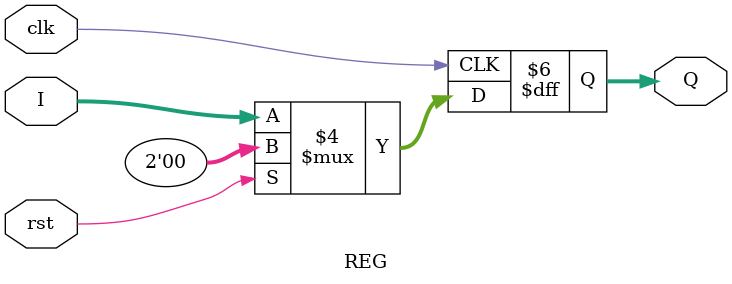
<source format=v>
`timescale 1ns / 1ps

module REG #(parameter WIDTH = 2) (I, Q, clk, rst);
    input [WIDTH-1:0] I;
    input clk, rst;
    output reg [WIDTH-1:0] Q;
    
    
    always @(posedge clk) begin
        if(rst == 1) //synchronous reset
            Q <= {WIDTH{1'b0}};
        else
            Q <= I;
    end

endmodule
</source>
